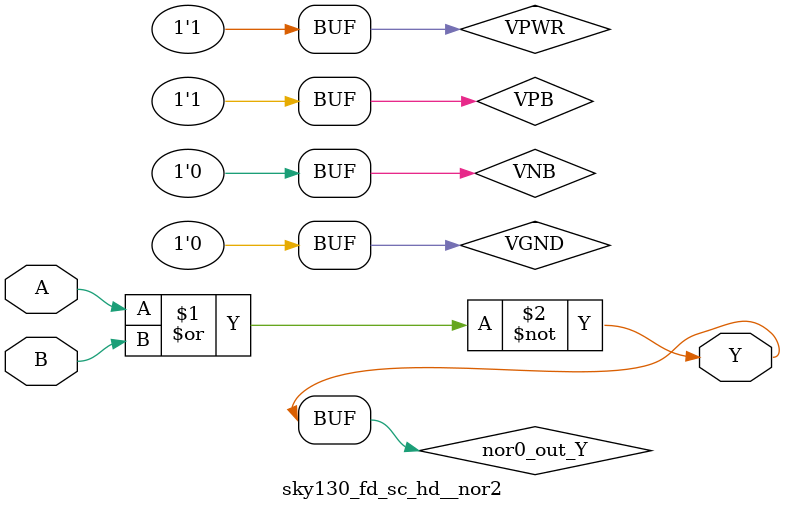
<source format=v>
/*
 * Copyright 2020 The SkyWater PDK Authors
 *
 * Licensed under the Apache License, Version 2.0 (the "License");
 * you may not use this file except in compliance with the License.
 * You may obtain a copy of the License at
 *
 *     https://www.apache.org/licenses/LICENSE-2.0
 *
 * Unless required by applicable law or agreed to in writing, software
 * distributed under the License is distributed on an "AS IS" BASIS,
 * WITHOUT WARRANTIES OR CONDITIONS OF ANY KIND, either express or implied.
 * See the License for the specific language governing permissions and
 * limitations under the License.
 *
 * SPDX-License-Identifier: Apache-2.0
*/


`ifndef SKY130_FD_SC_HD__NOR2_TIMING_V
`define SKY130_FD_SC_HD__NOR2_TIMING_V

/**
 * nor2: 2-input NOR.
 *
 * Verilog simulation timing model.
 */

`timescale 1ns / 1ps
`default_nettype none

`celldefine
module sky130_fd_sc_hd__nor2 (
    Y,
    A,
    B
);

    // Module ports
    output Y;
    input  A;
    input  B;

    // Module supplies
    supply1 VPWR;
    supply0 VGND;
    supply1 VPB ;
    supply0 VNB ;

    // Local signals
    wire nor0_out_Y;

    //  Name  Output      Other arguments
    nor nor0 (nor0_out_Y, A, B           );
    buf buf0 (Y         , nor0_out_Y     );

endmodule
`endcelldefine

`default_nettype wire
`endif  // SKY130_FD_SC_HD__NOR2_TIMING_V

</source>
